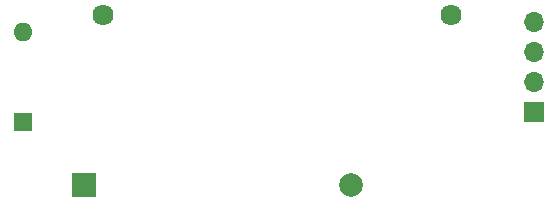
<source format=gbr>
%TF.GenerationSoftware,KiCad,Pcbnew,7.0.7*%
%TF.CreationDate,2023-11-25T00:13:17-06:00*%
%TF.ProjectId,Half AA Lithium Battery Board,48616c66-2041-4412-904c-69746869756d,rev?*%
%TF.SameCoordinates,Original*%
%TF.FileFunction,Copper,L2,Bot*%
%TF.FilePolarity,Positive*%
%FSLAX46Y46*%
G04 Gerber Fmt 4.6, Leading zero omitted, Abs format (unit mm)*
G04 Created by KiCad (PCBNEW 7.0.7) date 2023-11-25 00:13:17*
%MOMM*%
%LPD*%
G01*
G04 APERTURE LIST*
%TA.AperFunction,ComponentPad*%
%ADD10R,1.600000X1.600000*%
%TD*%
%TA.AperFunction,ComponentPad*%
%ADD11O,1.600000X1.600000*%
%TD*%
%TA.AperFunction,ComponentPad*%
%ADD12R,1.700000X1.700000*%
%TD*%
%TA.AperFunction,ComponentPad*%
%ADD13O,1.700000X1.700000*%
%TD*%
%TA.AperFunction,ComponentPad*%
%ADD14R,2.006600X2.006600*%
%TD*%
%TA.AperFunction,ComponentPad*%
%ADD15C,2.006600*%
%TD*%
%TA.AperFunction,ComponentPad*%
%ADD16C,1.785000*%
%TD*%
G04 APERTURE END LIST*
D10*
%TO.P,D1,1,K*%
%TO.N,Net-(D1-K)*%
X148463000Y-93853000D03*
D11*
%TO.P,D1,2,A*%
%TO.N,Net-(D1-A)*%
X148463000Y-86233000D03*
%TD*%
D12*
%TO.P,J1,1,Pin_1*%
%TO.N,Net-(D1-K)*%
X191770000Y-92964000D03*
D13*
%TO.P,J1,2,Pin_2*%
%TO.N,unconnected-(J1-Pin_2-Pad2)*%
X191770000Y-90424000D03*
%TO.P,J1,3,Pin_3*%
%TO.N,unconnected-(J1-Pin_3-Pad3)*%
X191770000Y-87884000D03*
%TO.P,J1,4,Pin_4*%
%TO.N,Net-(J1-Pin_4)*%
X191770000Y-85344000D03*
%TD*%
D14*
%TO.P,F1,1,1*%
%TO.N,Net-(3.6V1-PadP)*%
X153673000Y-99187000D03*
D15*
%TO.P,F1,2,2*%
%TO.N,Net-(D1-A)*%
X176273000Y-99187000D03*
%TD*%
D16*
%TO.P,3.6V1,N*%
%TO.N,Net-(J1-Pin_4)*%
X184728500Y-84782000D03*
%TO.P,3.6V1,P*%
%TO.N,Net-(3.6V1-PadP)*%
X155268500Y-84782000D03*
%TD*%
M02*

</source>
